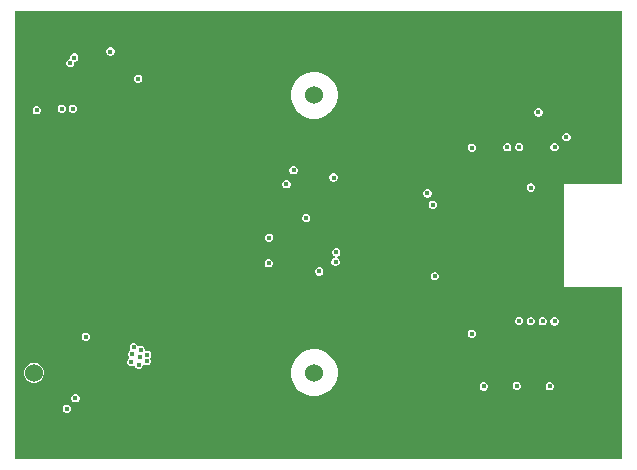
<source format=gbr>
%TF.GenerationSoftware,Altium Limited,Altium Designer,23.5.1 (21)*%
G04 Layer_Physical_Order=2*
G04 Layer_Color=36540*
%FSLAX45Y45*%
%MOMM*%
%TF.SameCoordinates,0CF0D061-263B-42B0-A585-B6EE71A6EBF9*%
%TF.FilePolarity,Positive*%
%TF.FileFunction,Copper,L2,Inr,Signal*%
%TF.Part,Single*%
G01*
G75*
%TA.AperFunction,TestPad*%
%ADD31C,1.52400*%
%TA.AperFunction,ViaPad*%
%ADD33C,0.45000*%
%TA.AperFunction,ComponentPad*%
%ADD34C,1.52400*%
G36*
X7828209Y4890991D02*
X7337096D01*
Y4010896D01*
X7828209D01*
Y2560391D01*
X2687391D01*
Y6355009D01*
X7828209D01*
Y4890991D01*
D02*
G37*
%LPC*%
G36*
X3501132Y6043210D02*
X3487128D01*
X3474191Y6037851D01*
X3464289Y6027949D01*
X3458930Y6015012D01*
Y6001008D01*
X3464289Y5988071D01*
X3474191Y5978169D01*
X3487128Y5972810D01*
X3501132D01*
X3514069Y5978169D01*
X3523971Y5988071D01*
X3529330Y6001008D01*
Y6015012D01*
X3523971Y6027949D01*
X3514069Y6037851D01*
X3501132Y6043210D01*
D02*
G37*
G36*
X3194702Y5991971D02*
X3180698D01*
X3167761Y5986612D01*
X3157859Y5976710D01*
X3152500Y5963773D01*
Y5949770D01*
X3149728Y5945621D01*
X3146334D01*
X3133397Y5940262D01*
X3123495Y5930360D01*
X3118136Y5917423D01*
Y5903419D01*
X3123495Y5890482D01*
X3133397Y5880580D01*
X3146334Y5875221D01*
X3160337D01*
X3173275Y5880580D01*
X3183177Y5890482D01*
X3188535Y5903419D01*
Y5917422D01*
X3191308Y5921572D01*
X3194702D01*
X3207639Y5926930D01*
X3217541Y5936832D01*
X3222900Y5949770D01*
Y5963773D01*
X3217541Y5976710D01*
X3207639Y5986612D01*
X3194702Y5991971D01*
D02*
G37*
G36*
X3735722Y5813700D02*
X3721718D01*
X3708781Y5808341D01*
X3698879Y5798439D01*
X3693520Y5785502D01*
Y5771498D01*
X3698879Y5758561D01*
X3708781Y5748659D01*
X3721718Y5743300D01*
X3735722D01*
X3748659Y5748659D01*
X3758561Y5758561D01*
X3763920Y5771498D01*
Y5785502D01*
X3758561Y5798439D01*
X3748659Y5808341D01*
X3735722Y5813700D01*
D02*
G37*
G36*
X3182002Y5559700D02*
X3167998D01*
X3155061Y5554341D01*
X3145159Y5544439D01*
X3139800Y5531502D01*
Y5517498D01*
X3145159Y5504561D01*
X3155061Y5494659D01*
X3167998Y5489300D01*
X3182002D01*
X3194939Y5494659D01*
X3204841Y5504561D01*
X3210200Y5517498D01*
Y5531502D01*
X3204841Y5544439D01*
X3194939Y5554341D01*
X3182002Y5559700D01*
D02*
G37*
G36*
X3088022D02*
X3074018D01*
X3061081Y5554341D01*
X3051179Y5544439D01*
X3045820Y5531502D01*
Y5517498D01*
X3051179Y5504561D01*
X3061081Y5494659D01*
X3074018Y5489300D01*
X3088022D01*
X3100959Y5494659D01*
X3110861Y5504561D01*
X3116220Y5517498D01*
Y5531502D01*
X3110861Y5544439D01*
X3100959Y5554341D01*
X3088022Y5559700D01*
D02*
G37*
G36*
X2877202Y5547000D02*
X2863198D01*
X2850261Y5541641D01*
X2840359Y5531739D01*
X2835000Y5518802D01*
Y5504798D01*
X2840359Y5491861D01*
X2850261Y5481959D01*
X2863198Y5476600D01*
X2877202D01*
X2890139Y5481959D01*
X2900041Y5491861D01*
X2905400Y5504798D01*
Y5518802D01*
X2900041Y5531739D01*
X2890139Y5541641D01*
X2877202Y5547000D01*
D02*
G37*
G36*
X7125002Y5527600D02*
X7110998D01*
X7098061Y5522241D01*
X7088159Y5512339D01*
X7082800Y5499402D01*
Y5485398D01*
X7088159Y5472461D01*
X7098061Y5462559D01*
X7110998Y5457200D01*
X7125002D01*
X7137939Y5462559D01*
X7147841Y5472461D01*
X7153200Y5485398D01*
Y5499402D01*
X7147841Y5512339D01*
X7137939Y5522241D01*
X7125002Y5527600D01*
D02*
G37*
G36*
X5239174Y5836520D02*
X5200226D01*
X5162027Y5828922D01*
X5126045Y5814017D01*
X5093661Y5792379D01*
X5066121Y5764839D01*
X5044483Y5732455D01*
X5029578Y5696473D01*
X5021980Y5658274D01*
Y5619326D01*
X5029578Y5581127D01*
X5044483Y5545145D01*
X5066121Y5512761D01*
X5093661Y5485221D01*
X5126045Y5463583D01*
X5162027Y5448678D01*
X5200226Y5441080D01*
X5239174D01*
X5277373Y5448678D01*
X5313355Y5463583D01*
X5345739Y5485221D01*
X5373279Y5512761D01*
X5394917Y5545145D01*
X5409822Y5581127D01*
X5417420Y5619326D01*
Y5658274D01*
X5409822Y5696473D01*
X5394917Y5732455D01*
X5373279Y5764839D01*
X5345739Y5792379D01*
X5313355Y5814017D01*
X5277373Y5828922D01*
X5239174Y5836520D01*
D02*
G37*
G36*
X7360902Y5319300D02*
X7346898D01*
X7333961Y5313941D01*
X7324059Y5304039D01*
X7318700Y5291102D01*
Y5277098D01*
X7324059Y5264161D01*
X7333961Y5254259D01*
X7346898Y5248900D01*
X7360902D01*
X7373839Y5254259D01*
X7383741Y5264161D01*
X7389100Y5277098D01*
Y5291102D01*
X7383741Y5304039D01*
X7373839Y5313941D01*
X7360902Y5319300D01*
D02*
G37*
G36*
X6960902Y5235200D02*
X6946898D01*
X6933961Y5229841D01*
X6924059Y5219939D01*
X6918700Y5207002D01*
Y5192998D01*
X6924059Y5180061D01*
X6933961Y5170159D01*
X6946898Y5164800D01*
X6960902D01*
X6973839Y5170159D01*
X6983741Y5180061D01*
X6989100Y5192998D01*
Y5207002D01*
X6983741Y5219939D01*
X6973839Y5229841D01*
X6960902Y5235200D01*
D02*
G37*
G36*
X7260902Y5234800D02*
X7246898D01*
X7233961Y5229441D01*
X7224059Y5219539D01*
X7218700Y5206602D01*
Y5192598D01*
X7224059Y5179661D01*
X7233961Y5169759D01*
X7246898Y5164400D01*
X7260902D01*
X7273839Y5169759D01*
X7283741Y5179661D01*
X7289100Y5192598D01*
Y5206602D01*
X7283741Y5219539D01*
X7273839Y5229441D01*
X7260902Y5234800D01*
D02*
G37*
G36*
X6860902Y5233600D02*
X6846898D01*
X6833961Y5228241D01*
X6824059Y5218339D01*
X6818700Y5205402D01*
Y5191398D01*
X6824059Y5178461D01*
X6833961Y5168559D01*
X6846898Y5163200D01*
X6860902D01*
X6873839Y5168559D01*
X6883741Y5178461D01*
X6889100Y5191398D01*
Y5205402D01*
X6883741Y5218339D01*
X6873839Y5228241D01*
X6860902Y5233600D01*
D02*
G37*
G36*
X6560902Y5228800D02*
X6546898D01*
X6533961Y5223441D01*
X6524059Y5213539D01*
X6518700Y5200602D01*
Y5186598D01*
X6524059Y5173661D01*
X6533961Y5163759D01*
X6546898Y5158400D01*
X6560902D01*
X6573839Y5163759D01*
X6583741Y5173661D01*
X6589100Y5186598D01*
Y5200602D01*
X6583741Y5213539D01*
X6573839Y5223441D01*
X6560902Y5228800D01*
D02*
G37*
G36*
X5051442Y5037860D02*
X5037438D01*
X5024501Y5032501D01*
X5014599Y5022599D01*
X5009240Y5009662D01*
Y4995658D01*
X5014599Y4982721D01*
X5024501Y4972819D01*
X5037438Y4967460D01*
X5051442D01*
X5064379Y4972819D01*
X5074281Y4982721D01*
X5079640Y4995658D01*
Y5009662D01*
X5074281Y5022599D01*
X5064379Y5032501D01*
X5051442Y5037860D01*
D02*
G37*
G36*
X5390302Y4977000D02*
X5376298D01*
X5363361Y4971641D01*
X5353459Y4961739D01*
X5348100Y4948802D01*
Y4934798D01*
X5353459Y4921861D01*
X5363361Y4911959D01*
X5376298Y4906600D01*
X5390302D01*
X5403239Y4911959D01*
X5413141Y4921861D01*
X5418500Y4934798D01*
Y4948802D01*
X5413141Y4961739D01*
X5403239Y4971641D01*
X5390302Y4977000D01*
D02*
G37*
G36*
X4990482Y4919620D02*
X4976478D01*
X4963541Y4914261D01*
X4953639Y4904359D01*
X4948280Y4891422D01*
Y4877418D01*
X4953639Y4864481D01*
X4963541Y4854579D01*
X4976478Y4849220D01*
X4990482D01*
X5003419Y4854579D01*
X5013321Y4864481D01*
X5018680Y4877418D01*
Y4891422D01*
X5013321Y4904359D01*
X5003419Y4914261D01*
X4990482Y4919620D01*
D02*
G37*
G36*
X7060902Y4892000D02*
X7046898D01*
X7033961Y4886641D01*
X7024059Y4876739D01*
X7018700Y4863802D01*
Y4849798D01*
X7024059Y4836861D01*
X7033961Y4826959D01*
X7046898Y4821600D01*
X7060902D01*
X7073839Y4826959D01*
X7083741Y4836861D01*
X7089100Y4849798D01*
Y4863802D01*
X7083741Y4876739D01*
X7073839Y4886641D01*
X7060902Y4892000D01*
D02*
G37*
G36*
X6184802Y4842900D02*
X6170798D01*
X6157861Y4837541D01*
X6147959Y4827639D01*
X6142600Y4814702D01*
Y4800698D01*
X6147959Y4787761D01*
X6157861Y4777859D01*
X6170798Y4772500D01*
X6184802D01*
X6197739Y4777859D01*
X6207641Y4787761D01*
X6213000Y4800698D01*
Y4814702D01*
X6207641Y4827639D01*
X6197739Y4837541D01*
X6184802Y4842900D01*
D02*
G37*
G36*
X6230002Y4746900D02*
X6215998D01*
X6203061Y4741541D01*
X6193159Y4731639D01*
X6187800Y4718702D01*
Y4704698D01*
X6193159Y4691761D01*
X6203061Y4681859D01*
X6215998Y4676500D01*
X6230002D01*
X6242939Y4681859D01*
X6252841Y4691761D01*
X6258200Y4704698D01*
Y4718702D01*
X6252841Y4731639D01*
X6242939Y4741541D01*
X6230002Y4746900D01*
D02*
G37*
G36*
X5157302Y4634320D02*
X5143298D01*
X5130361Y4628961D01*
X5120459Y4619059D01*
X5115100Y4606122D01*
Y4592118D01*
X5120459Y4579181D01*
X5130361Y4569279D01*
X5143298Y4563920D01*
X5157302D01*
X5170239Y4569279D01*
X5180141Y4579181D01*
X5185500Y4592118D01*
Y4606122D01*
X5180141Y4619059D01*
X5170239Y4628961D01*
X5157302Y4634320D01*
D02*
G37*
G36*
X4844062Y4466600D02*
X4830058D01*
X4817121Y4461241D01*
X4807219Y4451339D01*
X4801860Y4438402D01*
Y4424398D01*
X4807219Y4411461D01*
X4817121Y4401559D01*
X4830058Y4396200D01*
X4844062D01*
X4856999Y4401559D01*
X4866901Y4411461D01*
X4872260Y4424398D01*
Y4438402D01*
X4866901Y4451339D01*
X4856999Y4461241D01*
X4844062Y4466600D01*
D02*
G37*
G36*
X5412762Y4342400D02*
X5398758D01*
X5385821Y4337041D01*
X5375919Y4327139D01*
X5370560Y4314202D01*
Y4300198D01*
X5375919Y4287261D01*
X5385821Y4277359D01*
X5391836Y4274867D01*
X5392141Y4268096D01*
X5390573Y4261644D01*
X5379461Y4257041D01*
X5369559Y4247139D01*
X5364200Y4234202D01*
Y4220198D01*
X5369559Y4207261D01*
X5379461Y4197359D01*
X5392398Y4192000D01*
X5406402D01*
X5419339Y4197359D01*
X5429241Y4207261D01*
X5434600Y4220198D01*
Y4234202D01*
X5429241Y4247139D01*
X5419339Y4257041D01*
X5413324Y4259533D01*
X5413019Y4266304D01*
X5414587Y4272756D01*
X5425699Y4277359D01*
X5435601Y4287261D01*
X5440960Y4300198D01*
Y4314202D01*
X5435601Y4327139D01*
X5425699Y4337041D01*
X5412762Y4342400D01*
D02*
G37*
G36*
X4840622Y4251600D02*
X4826618D01*
X4813681Y4246241D01*
X4803779Y4236339D01*
X4798420Y4223402D01*
Y4209398D01*
X4803779Y4196461D01*
X4813681Y4186559D01*
X4826618Y4181200D01*
X4840622D01*
X4853559Y4186559D01*
X4863461Y4196461D01*
X4868820Y4209398D01*
Y4223402D01*
X4863461Y4236339D01*
X4853559Y4246241D01*
X4840622Y4251600D01*
D02*
G37*
G36*
X5269262Y4182400D02*
X5255258D01*
X5242321Y4177041D01*
X5232419Y4167139D01*
X5227060Y4154202D01*
Y4140198D01*
X5232419Y4127261D01*
X5242321Y4117359D01*
X5255258Y4112000D01*
X5269262D01*
X5282199Y4117359D01*
X5292101Y4127261D01*
X5297460Y4140198D01*
Y4154202D01*
X5292101Y4167139D01*
X5282199Y4177041D01*
X5269262Y4182400D01*
D02*
G37*
G36*
X6248302Y4142900D02*
X6234298D01*
X6221361Y4137541D01*
X6211459Y4127639D01*
X6206100Y4114702D01*
Y4100698D01*
X6211459Y4087761D01*
X6221361Y4077859D01*
X6234298Y4072500D01*
X6248302D01*
X6261239Y4077859D01*
X6271141Y4087761D01*
X6276500Y4100698D01*
Y4114702D01*
X6271141Y4127639D01*
X6261239Y4137541D01*
X6248302Y4142900D01*
D02*
G37*
G36*
X6960902Y3763300D02*
X6946898D01*
X6933961Y3757941D01*
X6924059Y3748039D01*
X6918700Y3735102D01*
Y3721098D01*
X6924059Y3708161D01*
X6933961Y3698259D01*
X6946898Y3692900D01*
X6960902D01*
X6973839Y3698259D01*
X6983741Y3708161D01*
X6989100Y3721098D01*
Y3735102D01*
X6983741Y3748039D01*
X6973839Y3757941D01*
X6960902Y3763300D01*
D02*
G37*
G36*
X7060902Y3761700D02*
X7046898D01*
X7033961Y3756341D01*
X7024059Y3746439D01*
X7018700Y3733502D01*
Y3719498D01*
X7024059Y3706561D01*
X7033961Y3696659D01*
X7046898Y3691300D01*
X7060902D01*
X7073839Y3696659D01*
X7083741Y3706561D01*
X7089100Y3719498D01*
Y3733502D01*
X7083741Y3746439D01*
X7073839Y3756341D01*
X7060902Y3761700D01*
D02*
G37*
G36*
X7160902Y3760100D02*
X7146898D01*
X7133961Y3754741D01*
X7124059Y3744839D01*
X7118700Y3731902D01*
Y3717898D01*
X7124059Y3704961D01*
X7133961Y3695059D01*
X7146898Y3689700D01*
X7160902D01*
X7173839Y3695059D01*
X7183741Y3704961D01*
X7189100Y3717898D01*
Y3731902D01*
X7183741Y3744839D01*
X7173839Y3754741D01*
X7160902Y3760100D01*
D02*
G37*
G36*
X7260902Y3758500D02*
X7246898D01*
X7233961Y3753141D01*
X7224059Y3743239D01*
X7218700Y3730302D01*
Y3716298D01*
X7224059Y3703361D01*
X7233961Y3693459D01*
X7246898Y3688100D01*
X7260902D01*
X7273839Y3693459D01*
X7283741Y3703361D01*
X7289100Y3716298D01*
Y3730302D01*
X7283741Y3743239D01*
X7273839Y3753141D01*
X7260902Y3758500D01*
D02*
G37*
G36*
X6560202Y3654700D02*
X6546198D01*
X6533261Y3649341D01*
X6523359Y3639439D01*
X6518000Y3626502D01*
Y3612498D01*
X6523359Y3599561D01*
X6533261Y3589659D01*
X6546198Y3584300D01*
X6560202D01*
X6573139Y3589659D01*
X6583041Y3599561D01*
X6588400Y3612498D01*
Y3626502D01*
X6583041Y3639439D01*
X6573139Y3649341D01*
X6560202Y3654700D01*
D02*
G37*
G36*
X3291222Y3629300D02*
X3277218D01*
X3264281Y3623941D01*
X3254379Y3614039D01*
X3249020Y3601102D01*
Y3587098D01*
X3254379Y3574161D01*
X3264281Y3564259D01*
X3277218Y3558900D01*
X3291222D01*
X3304159Y3564259D01*
X3314061Y3574161D01*
X3319420Y3587098D01*
Y3601102D01*
X3314061Y3614039D01*
X3304159Y3623941D01*
X3291222Y3629300D01*
D02*
G37*
G36*
X3697622Y3540400D02*
X3683618D01*
X3670681Y3535041D01*
X3660779Y3525139D01*
X3655420Y3512202D01*
Y3498198D01*
X3658004Y3491959D01*
X3657825Y3478138D01*
X3647923Y3468237D01*
X3642564Y3455299D01*
Y3441296D01*
X3647923Y3428359D01*
X3651709Y3424573D01*
X3650702Y3410497D01*
X3649989Y3409700D01*
X3640794Y3400505D01*
X3635435Y3387568D01*
Y3373564D01*
X3640794Y3360627D01*
X3650696Y3350725D01*
X3663633Y3345366D01*
X3677637D01*
X3686863Y3349188D01*
X3692033Y3349838D01*
X3701741Y3343931D01*
X3704294Y3337767D01*
X3714196Y3327865D01*
X3727133Y3322506D01*
X3741137D01*
X3754074Y3327865D01*
X3763976Y3337767D01*
X3769335Y3350704D01*
Y3351125D01*
X3782035Y3356385D01*
X3782441Y3355979D01*
X3795378Y3350620D01*
X3809382D01*
X3822319Y3355979D01*
X3832221Y3365881D01*
X3837580Y3378818D01*
Y3392822D01*
X3832221Y3405759D01*
X3825490Y3412490D01*
X3834761Y3421761D01*
X3840120Y3434698D01*
Y3448702D01*
X3834761Y3461639D01*
X3824859Y3471541D01*
X3811922Y3476900D01*
X3797918D01*
X3796940Y3476495D01*
X3784240Y3484981D01*
Y3489342D01*
X3778881Y3502279D01*
X3768979Y3512181D01*
X3756042Y3517540D01*
X3742038D01*
X3737148Y3515514D01*
X3728497Y3512985D01*
X3721818Y3521864D01*
X3720461Y3525139D01*
X3710559Y3535041D01*
X3697622Y3540400D01*
D02*
G37*
G36*
X2858542Y3374390D02*
X2836138D01*
X2814497Y3368591D01*
X2795093Y3357389D01*
X2779251Y3341547D01*
X2768049Y3322143D01*
X2762250Y3300502D01*
Y3278098D01*
X2768049Y3256457D01*
X2779251Y3237053D01*
X2795093Y3221211D01*
X2814497Y3210009D01*
X2836138Y3204210D01*
X2858542D01*
X2880183Y3210009D01*
X2899587Y3221211D01*
X2915429Y3237053D01*
X2926631Y3256457D01*
X2932430Y3278098D01*
Y3300502D01*
X2926631Y3322143D01*
X2915429Y3341547D01*
X2899587Y3357389D01*
X2880183Y3368591D01*
X2858542Y3374390D01*
D02*
G37*
G36*
X6941202Y3212740D02*
X6927198D01*
X6914261Y3207381D01*
X6904359Y3197479D01*
X6899000Y3184542D01*
Y3170538D01*
X6904359Y3157601D01*
X6914261Y3147699D01*
X6927198Y3142340D01*
X6941202D01*
X6954139Y3147699D01*
X6964041Y3157601D01*
X6969400Y3170538D01*
Y3184542D01*
X6964041Y3197479D01*
X6954139Y3207381D01*
X6941202Y3212740D01*
D02*
G37*
G36*
X7220602Y3210200D02*
X7206598D01*
X7193661Y3204841D01*
X7183759Y3194939D01*
X7178400Y3182002D01*
Y3167998D01*
X7183759Y3155061D01*
X7193661Y3145159D01*
X7206598Y3139800D01*
X7220602D01*
X7233539Y3145159D01*
X7243441Y3155061D01*
X7248800Y3167998D01*
Y3182002D01*
X7243441Y3194939D01*
X7233539Y3204841D01*
X7220602Y3210200D01*
D02*
G37*
G36*
X6661802Y3207660D02*
X6647798D01*
X6634861Y3202301D01*
X6624959Y3192399D01*
X6619600Y3179462D01*
Y3165458D01*
X6624959Y3152521D01*
X6634861Y3142619D01*
X6647798Y3137260D01*
X6661802D01*
X6674739Y3142619D01*
X6684641Y3152521D01*
X6690000Y3165458D01*
Y3179462D01*
X6684641Y3192399D01*
X6674739Y3202301D01*
X6661802Y3207660D01*
D02*
G37*
G36*
X5239174Y3487020D02*
X5200226D01*
X5162027Y3479422D01*
X5126045Y3464517D01*
X5093661Y3442879D01*
X5066121Y3415339D01*
X5044483Y3382955D01*
X5029578Y3346973D01*
X5021980Y3308774D01*
Y3269826D01*
X5029578Y3231627D01*
X5044483Y3195645D01*
X5066121Y3163261D01*
X5093661Y3135721D01*
X5126045Y3114083D01*
X5162027Y3099178D01*
X5200226Y3091580D01*
X5239174D01*
X5277373Y3099178D01*
X5313355Y3114083D01*
X5345739Y3135721D01*
X5373279Y3163261D01*
X5394917Y3195645D01*
X5409822Y3231627D01*
X5417420Y3269826D01*
Y3308774D01*
X5409822Y3346973D01*
X5394917Y3382955D01*
X5373279Y3415339D01*
X5345739Y3442879D01*
X5313355Y3464517D01*
X5277373Y3479422D01*
X5239174Y3487020D01*
D02*
G37*
G36*
X3204862Y3108600D02*
X3190858D01*
X3177921Y3103241D01*
X3168019Y3093339D01*
X3162660Y3080402D01*
Y3066398D01*
X3168019Y3053461D01*
X3177921Y3043559D01*
X3190858Y3038200D01*
X3204862D01*
X3217799Y3043559D01*
X3227701Y3053461D01*
X3233060Y3066398D01*
Y3080402D01*
X3227701Y3093339D01*
X3217799Y3103241D01*
X3204862Y3108600D01*
D02*
G37*
G36*
X3131202Y3019700D02*
X3117198D01*
X3104261Y3014341D01*
X3094359Y3004439D01*
X3089000Y2991502D01*
Y2977498D01*
X3094359Y2964561D01*
X3104261Y2954659D01*
X3117198Y2949300D01*
X3131202D01*
X3144139Y2954659D01*
X3154041Y2964561D01*
X3159400Y2977498D01*
Y2991502D01*
X3154041Y3004439D01*
X3144139Y3014341D01*
X3131202Y3019700D01*
D02*
G37*
%LPD*%
D31*
X2847340Y3289300D02*
D03*
Y4559300D02*
D03*
D33*
X6553200Y3619500D02*
D03*
X6667500Y4127500D02*
D03*
X3124200Y2984500D02*
D03*
X7759700Y5194300D02*
D03*
X7785100Y3721100D02*
D03*
X7670800D02*
D03*
X7556500D02*
D03*
X7366000D02*
D03*
X7315200Y4038600D02*
D03*
X7314221Y4229196D02*
D03*
X7315200Y4140200D02*
D03*
Y4318000D02*
D03*
Y4419600D02*
D03*
Y4508500D02*
D03*
Y4597400D02*
D03*
Y4686300D02*
D03*
Y4775200D02*
D03*
Y4864100D02*
D03*
X7620000Y6032500D02*
D03*
X7778750Y5715000D02*
D03*
X7620000Y5397500D02*
D03*
Y3492500D02*
D03*
X7778750Y3175000D02*
D03*
X7620000Y2857500D02*
D03*
X7302500Y6032500D02*
D03*
X7461250Y5715000D02*
D03*
X7302500Y3492500D02*
D03*
X7461250Y3175000D02*
D03*
X7302500Y2857500D02*
D03*
X6985000Y6032500D02*
D03*
X7143750Y5715000D02*
D03*
X6985000Y5397500D02*
D03*
Y4762500D02*
D03*
X7143750Y4445000D02*
D03*
X6985000Y4127500D02*
D03*
Y3492500D02*
D03*
X7143750Y3175000D02*
D03*
X6667500Y6032500D02*
D03*
X6826250Y5715000D02*
D03*
X6667500Y4762500D02*
D03*
X6826250Y4445000D02*
D03*
Y3175000D02*
D03*
X6350000Y6032500D02*
D03*
Y3492500D02*
D03*
X6508750Y3175000D02*
D03*
X6350000Y2857500D02*
D03*
X6191250Y5715000D02*
D03*
X6032500Y5397500D02*
D03*
Y4762500D02*
D03*
X6191250Y4445000D02*
D03*
Y3810000D02*
D03*
X6032500Y3492500D02*
D03*
X6191250Y3175000D02*
D03*
X6032500Y2857500D02*
D03*
X5873750Y5715000D02*
D03*
X5715000Y5397500D02*
D03*
X5873750Y5080000D02*
D03*
X5715000Y4762500D02*
D03*
X5873750Y4445000D02*
D03*
Y3810000D02*
D03*
X5715000Y3492500D02*
D03*
X5873750Y3175000D02*
D03*
X5715000Y2857500D02*
D03*
X5397500Y4762500D02*
D03*
X5556250Y4445000D02*
D03*
X5397500Y4127500D02*
D03*
X5556250Y3810000D02*
D03*
X5397500Y2857500D02*
D03*
X5238750Y5080000D02*
D03*
Y4445000D02*
D03*
Y3810000D02*
D03*
X5080000Y2857500D02*
D03*
X4762500Y5397500D02*
D03*
X4921250Y5080000D02*
D03*
X4762500Y4762500D02*
D03*
Y4127500D02*
D03*
Y3492500D02*
D03*
Y2857500D02*
D03*
X4603750Y5715000D02*
D03*
X4445000Y5397500D02*
D03*
X4603750Y5080000D02*
D03*
X4445000Y4762500D02*
D03*
X4603750Y4445000D02*
D03*
X4445000Y4127500D02*
D03*
X4603750Y3810000D02*
D03*
X4445000Y3492500D02*
D03*
X4603750Y3175000D02*
D03*
X4445000Y2857500D02*
D03*
X4286250Y5715000D02*
D03*
X4127500Y5397500D02*
D03*
X4286250Y5080000D02*
D03*
X4127500Y4762500D02*
D03*
Y4127500D02*
D03*
X4286250Y3810000D02*
D03*
X4127500Y3492500D02*
D03*
X4286250Y3175000D02*
D03*
X4127500Y2857500D02*
D03*
X3968750Y5715000D02*
D03*
X3810000Y5397500D02*
D03*
X3968750Y5080000D02*
D03*
X3810000Y4762500D02*
D03*
X3968750Y4445000D02*
D03*
X3810000Y4127500D02*
D03*
X3968750Y3810000D02*
D03*
Y3175000D02*
D03*
X3810000Y2857500D02*
D03*
X3492500Y5397500D02*
D03*
Y4762500D02*
D03*
X3651250Y4445000D02*
D03*
X3492500Y4127500D02*
D03*
X3651250Y3810000D02*
D03*
Y3175000D02*
D03*
X3492500Y2857500D02*
D03*
X3333750Y5080000D02*
D03*
X3175000Y4762500D02*
D03*
X3333750Y4445000D02*
D03*
X3175000Y4127500D02*
D03*
Y2857500D02*
D03*
X2857500Y5397500D02*
D03*
X3016250Y5080000D02*
D03*
X2857500Y4762500D02*
D03*
X3016250Y4445000D02*
D03*
X2857500Y4127500D02*
D03*
X3016250Y3810000D02*
D03*
X2857500Y2857500D02*
D03*
X2870200Y5511800D02*
D03*
X3187700Y5956771D02*
D03*
X3153336Y5910421D02*
D03*
X3494130Y6008010D02*
D03*
X3670635Y3380566D02*
D03*
X3677764Y3448298D02*
D03*
X3734135Y3357706D02*
D03*
X3741264Y3425438D02*
D03*
X3802380Y3385820D02*
D03*
X3804920Y3441700D02*
D03*
X3749040Y3482340D02*
D03*
X3690620Y3505200D02*
D03*
X7118000Y5492400D02*
D03*
X6177800Y4807700D02*
D03*
X6223000Y4711700D02*
D03*
X5405760Y4307200D02*
D03*
X4833620Y4216400D02*
D03*
X4837060Y4431400D02*
D03*
X5150300Y4599120D02*
D03*
X3728720Y5778500D02*
D03*
X3081020Y5524500D02*
D03*
X3175000D02*
D03*
X3197860Y3073400D02*
D03*
X3284220Y3594100D02*
D03*
X6553900Y5193600D02*
D03*
X6953900Y3728100D02*
D03*
X7213600Y3175000D02*
D03*
X6934200Y3177540D02*
D03*
X6654800Y3172460D02*
D03*
X4983480Y4884420D02*
D03*
X5044440Y5002660D02*
D03*
X5383300Y4941800D02*
D03*
X5399400Y4227200D02*
D03*
X5262260Y4147200D02*
D03*
X7253900Y3723300D02*
D03*
X7153900Y3724900D02*
D03*
X7053900Y3726500D02*
D03*
X6241300Y4107700D02*
D03*
X6853900Y5198400D02*
D03*
X6953900Y5200000D02*
D03*
X7053900Y4856800D02*
D03*
X7353900Y5284100D02*
D03*
X7253900Y5199600D02*
D03*
D34*
X5219700Y3289300D02*
D03*
Y5638800D02*
D03*
%TF.MD5,e674240cfb00e2ed60a31276203751da*%
M02*

</source>
